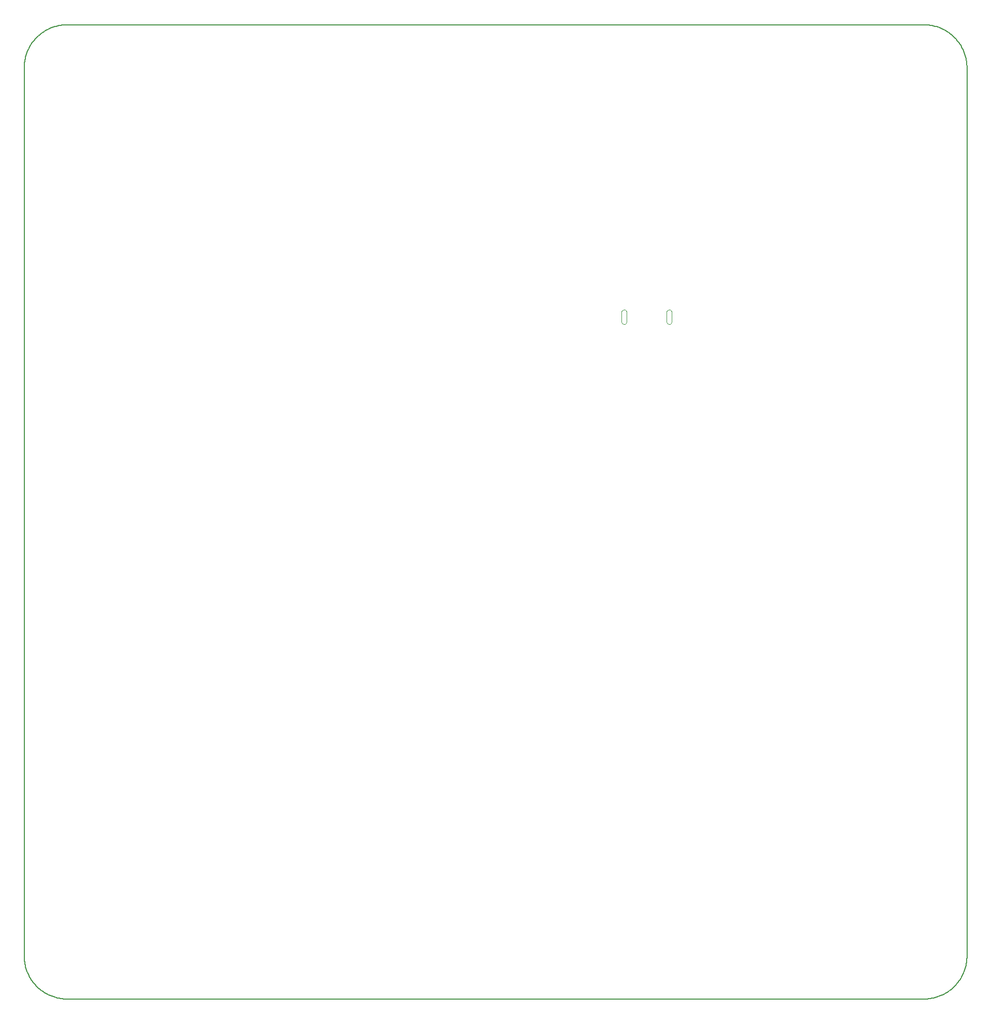
<source format=gko>
G75*
G70*
%OFA0B0*%
%FSLAX25Y25*%
%IPPOS*%
%LPD*%
%AMOC8*
5,1,8,0,0,1.08239X$1,22.5*
%
%ADD314C,0.00394*%
%ADD329C,0.00787*%
X0000000Y0000000D02*
G01*
G75*
D329*
X0000000Y0000000D02*
X0578740Y0000000D02*
X0579747Y0000018D01*
X0580752Y0000074D01*
X0581754Y0000165D01*
X0582753Y0000294D01*
X0583746Y0000458D01*
X0584732Y0000659D01*
X0585711Y0000896D01*
X0586680Y0001168D01*
X0587638Y0001476D01*
X0588585Y0001818D01*
X0589519Y0002195D01*
X0590438Y0002606D01*
X0591341Y0003050D01*
X0592228Y0003526D01*
X0593097Y0004035D01*
X0593946Y0004575D01*
X0594776Y0005145D01*
X0595583Y0005746D01*
X0596369Y0006376D01*
X0597131Y0007034D01*
X0597868Y0007719D01*
X0598580Y0008431D01*
X0599265Y0009168D01*
X0599923Y0009930D01*
X0600553Y0010716D01*
X0601154Y0011524D01*
X0601724Y0012353D01*
X0602264Y0013202D01*
X0602773Y0014071D01*
X0603250Y0014958D01*
X0603693Y0015861D01*
X0604104Y0016781D01*
X0604481Y0017714D01*
X0604823Y0018661D01*
X0605131Y0019619D01*
X0605403Y0020588D01*
X0605640Y0021567D01*
X0605841Y0022553D01*
X0606005Y0023546D01*
X0606134Y0024545D01*
X0606226Y0025547D01*
X0606281Y0026552D01*
X0606299Y0027559D01*
X0606299Y0598425D02*
X0606281Y0599432D01*
X0606226Y0600437D01*
X0606134Y0601439D01*
X0606005Y0602438D01*
X0605841Y0603431D01*
X0605640Y0604417D01*
X0605403Y0605396D01*
X0605131Y0606365D01*
X0604823Y0607324D01*
X0604481Y0608270D01*
X0604104Y0609204D01*
X0603693Y0610123D01*
X0603250Y0611026D01*
X0602773Y0611913D01*
X0602264Y0612782D01*
X0601724Y0613631D01*
X0601154Y0614461D01*
X0600553Y0615269D01*
X0599923Y0616054D01*
X0599265Y0616816D01*
X0598580Y0617553D01*
X0597868Y0618265D01*
X0597131Y0618950D01*
X0596369Y0619608D01*
X0595583Y0620238D01*
X0594776Y0620839D01*
X0593946Y0621409D01*
X0593097Y0621949D01*
X0592228Y0622458D01*
X0591341Y0622935D01*
X0590438Y0623379D01*
X0589519Y0623789D01*
X0588585Y0624166D01*
X0587638Y0624508D01*
X0586680Y0624816D01*
X0585711Y0625088D01*
X0584732Y0625325D01*
X0583746Y0625526D01*
X0582753Y0625691D01*
X0581754Y0625819D01*
X0580752Y0625911D01*
X0579747Y0625966D01*
X0578740Y0625984D01*
X0027559Y0625984D02*
X0026553Y0625966D01*
X0025547Y0625911D01*
X0024545Y0625819D01*
X0023546Y0625691D01*
X0022553Y0625526D01*
X0021567Y0625325D01*
X0020588Y0625088D01*
X0019619Y0624816D01*
X0018661Y0624508D01*
X0017714Y0624166D01*
X0016781Y0623789D01*
X0015861Y0623379D01*
X0014958Y0622935D01*
X0014071Y0622458D01*
X0013202Y0621949D01*
X0012353Y0621409D01*
X0011524Y0620839D01*
X0010716Y0620238D01*
X0009930Y0619608D01*
X0009168Y0618950D01*
X0008431Y0618265D01*
X0007719Y0617553D01*
X0007034Y0616816D01*
X0006376Y0616054D01*
X0005746Y0615269D01*
X0005146Y0614461D01*
X0004575Y0613631D01*
X0004035Y0612782D01*
X0003526Y0611913D01*
X0003050Y0611026D01*
X0002606Y0610123D01*
X0002195Y0609204D01*
X0001819Y0608270D01*
X0001476Y0607324D01*
X0001168Y0606365D01*
X0000896Y0605396D01*
X0000659Y0604417D01*
X0000458Y0603431D01*
X0000294Y0602438D01*
X0000165Y0601439D01*
X0000074Y0600437D01*
X0000018Y0599432D01*
X0000000Y0598425D01*
X0000000Y0027559D02*
X0000018Y0026553D01*
X0000074Y0025547D01*
X0000165Y0024545D01*
X0000294Y0023546D01*
X0000458Y0022553D01*
X0000659Y0021567D01*
X0000896Y0020588D01*
X0001168Y0019619D01*
X0001476Y0018661D01*
X0001818Y0017714D01*
X0002195Y0016781D01*
X0002606Y0015861D01*
X0003050Y0014958D01*
X0003526Y0014071D01*
X0004035Y0013203D01*
X0004575Y0012353D01*
X0005145Y0011524D01*
X0005746Y0010716D01*
X0006376Y0009930D01*
X0007034Y0009168D01*
X0007719Y0008431D01*
X0008431Y0007719D01*
X0009168Y0007034D01*
X0009930Y0006376D01*
X0010716Y0005746D01*
X0011524Y0005146D01*
X0012353Y0004575D01*
X0013202Y0004035D01*
X0014071Y0003526D01*
X0014958Y0003050D01*
X0015861Y0002606D01*
X0016781Y0002195D01*
X0017714Y0001819D01*
X0018661Y0001476D01*
X0019619Y0001168D01*
X0020588Y0000896D01*
X0021567Y0000659D01*
X0022553Y0000459D01*
X0023546Y0000294D01*
X0024545Y0000165D01*
X0025547Y0000074D01*
X0026552Y0000018D01*
X0027559Y0000000D01*
X0027559Y0625984D02*
X0578740Y0625984D01*
X0027559Y0000000D02*
X0578740Y0000000D01*
X0000000Y0027559D02*
X0000000Y0598425D01*
X0606299Y0027559D02*
X0606299Y0598425D01*
D314*
X0387554Y0441436D02*
X0387235Y0442419D01*
X0386398Y0443027D01*
X0385364Y0443027D01*
X0384527Y0442419D01*
X0384208Y0441436D01*
X0384208Y0435333D02*
X0384527Y0434350D01*
X0385364Y0433742D01*
X0386398Y0433742D01*
X0387235Y0434350D01*
X0387554Y0435333D01*
X0416491Y0441436D02*
X0416172Y0442419D01*
X0415335Y0443027D01*
X0414301Y0443027D01*
X0413464Y0442419D01*
X0413145Y0441436D01*
X0413145Y0435333D02*
X0413464Y0434350D01*
X0414301Y0433742D01*
X0415335Y0433742D01*
X0416172Y0434350D01*
X0416491Y0435333D01*
X0384208Y0435333D02*
X0384208Y0441436D01*
X0387554Y0435333D02*
X0387554Y0441436D01*
X0413145Y0435333D02*
X0413145Y0441436D01*
X0416491Y0435333D02*
X0416491Y0441436D01*
X0154331Y0194882D02*
G01*
G75*
X0153937Y0255512D02*
G01*
G75*
X0362795Y0370472D02*
G01*
G75*
X0272638Y0508780D02*
G01*
G75*
X0278248Y0188976D02*
G01*
G75*
X0151280Y0166929D02*
G01*
G75*
X0387795Y0195669D02*
G01*
G75*
X0117717Y0350295D02*
G01*
G75*
X0437106Y0403150D02*
G01*
G75*
X0169173Y0412913D02*
G01*
G75*
X0270571Y0426476D02*
G01*
G75*
X0529921Y0381988D02*
%LPD*%
G01*
M02*

</source>
